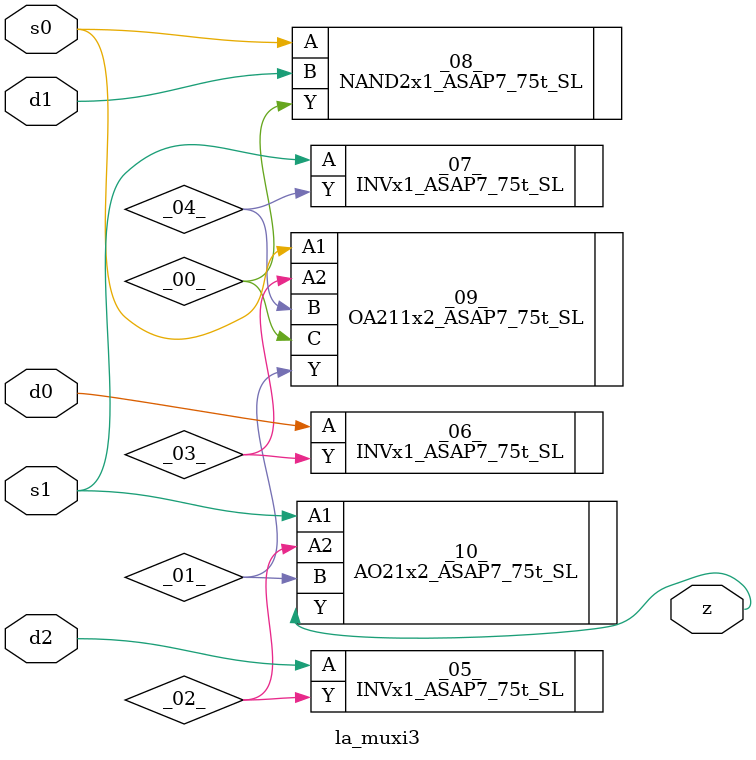
<source format=v>

/* Generated by Yosys 0.44 (git sha1 80ba43d26, g++ 11.4.0-1ubuntu1~22.04 -fPIC -O3) */

(* top =  1  *)
(* src = "inputs/la_muxi3.v:10.1-23.10" *)
module la_muxi3 (
    d0,
    d1,
    d2,
    s0,
    s1,
    z
);
  wire _00_;
  wire _01_;
  wire _02_;
  wire _03_;
  wire _04_;
  (* src = "inputs/la_muxi3.v:13.12-13.14" *)
  input d0;
  wire d0;
  (* src = "inputs/la_muxi3.v:14.12-14.14" *)
  input d1;
  wire d1;
  (* src = "inputs/la_muxi3.v:15.12-15.14" *)
  input d2;
  wire d2;
  (* src = "inputs/la_muxi3.v:16.12-16.14" *)
  input s0;
  wire s0;
  (* src = "inputs/la_muxi3.v:17.12-17.14" *)
  input s1;
  wire s1;
  (* src = "inputs/la_muxi3.v:18.12-18.13" *)
  output z;
  wire z;
  INVx1_ASAP7_75t_SL _05_ (
      .A(d2),
      .Y(_02_)
  );
  INVx1_ASAP7_75t_SL _06_ (
      .A(d0),
      .Y(_03_)
  );
  INVx1_ASAP7_75t_SL _07_ (
      .A(s1),
      .Y(_04_)
  );
  NAND2x1_ASAP7_75t_SL _08_ (
      .A(s0),
      .B(d1),
      .Y(_00_)
  );
  OA211x2_ASAP7_75t_SL _09_ (
      .A1(s0),
      .A2(_03_),
      .B (_04_),
      .C (_00_),
      .Y (_01_)
  );
  AO21x2_ASAP7_75t_SL _10_ (
      .A1(s1),
      .A2(_02_),
      .B (_01_),
      .Y (z)
  );
endmodule

</source>
